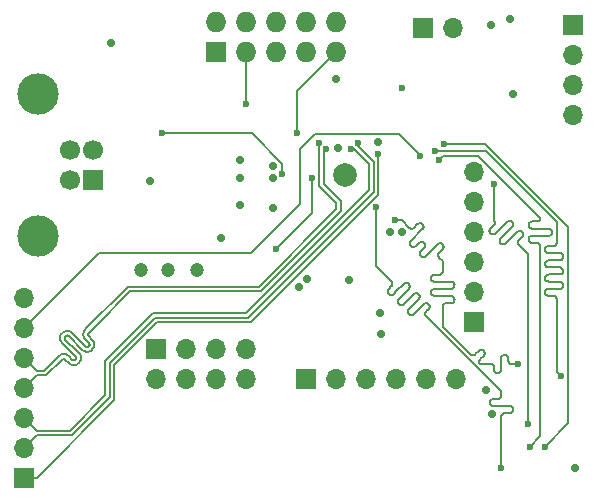
<source format=gbr>
%TF.GenerationSoftware,KiCad,Pcbnew,5.0.2*%
%TF.CreationDate,2019-03-11T08:20:50+08:00*%
%TF.ProjectId,elf2,656c6632-2e6b-4696-9361-645f70636258,rev?*%
%TF.SameCoordinates,Original*%
%TF.FileFunction,Copper,L4,Bot*%
%TF.FilePolarity,Positive*%
%FSLAX46Y46*%
G04 Gerber Fmt 4.6, Leading zero omitted, Abs format (unit mm)*
G04 Created by KiCad (PCBNEW 5.0.2) date 2019年03月11日 星期一 08时20分50秒*
%MOMM*%
%LPD*%
G01*
G04 APERTURE LIST*
%ADD10R,1.700000X1.700000*%
%ADD11O,1.700000X1.700000*%
%ADD12R,1.727200X1.727200*%
%ADD13O,1.727200X1.727200*%
%ADD14C,1.700000*%
%ADD15C,3.500000*%
%ADD16C,0.600000*%
%ADD17C,0.700000*%
%ADD18C,1.200000*%
%ADD19C,2.000000*%
%ADD20C,0.200000*%
%ADD21C,0.300000*%
%ADD22C,0.350000*%
G04 APERTURE END LIST*
D10*
X104648000Y-88138000D03*
D11*
X104648000Y-85598000D03*
X104648000Y-83058000D03*
X104648000Y-80518000D03*
X104648000Y-77978000D03*
X104648000Y-75438000D03*
X104648000Y-72898000D03*
D10*
X151130000Y-49784000D03*
D11*
X151130000Y-52324000D03*
X151130000Y-54864000D03*
X151130000Y-57404000D03*
D10*
X142748000Y-74930000D03*
D11*
X142748000Y-72390000D03*
X142748000Y-69850000D03*
X142748000Y-67310000D03*
X142748000Y-64770000D03*
X142748000Y-62230000D03*
D10*
X128524000Y-79756000D03*
D11*
X131064000Y-79756000D03*
X133604000Y-79756000D03*
X136144000Y-79756000D03*
X138684000Y-79756000D03*
X141224000Y-79756000D03*
D10*
X115824000Y-77216000D03*
D11*
X115824000Y-79756000D03*
X118364000Y-77216000D03*
X118364000Y-79756000D03*
X120904000Y-77216000D03*
X120904000Y-79756000D03*
X123444000Y-77216000D03*
X123444000Y-79756000D03*
D12*
X120904000Y-52070000D03*
D13*
X120904000Y-49530000D03*
X123444000Y-52070000D03*
X123444000Y-49530000D03*
X125984000Y-52070000D03*
X125984000Y-49530000D03*
X128524000Y-52070000D03*
X128524000Y-49530000D03*
X131064000Y-52070000D03*
X131064000Y-49530000D03*
D10*
X138430000Y-50038000D03*
D11*
X140970000Y-50038000D03*
D10*
X110490000Y-62865000D03*
D14*
X110490000Y-60365000D03*
X108490000Y-60365000D03*
X108490000Y-62865000D03*
D15*
X105780000Y-67635000D03*
X105780000Y-55595000D03*
D16*
X126502772Y-62384000D03*
X116332000Y-58928000D03*
D17*
X134620000Y-59690000D03*
X112014000Y-51308000D03*
X125730000Y-61722004D03*
X125730000Y-65242000D03*
X125729994Y-62738000D03*
X145796000Y-49276000D03*
X136652000Y-67310000D03*
X131191000Y-60198000D03*
X127873873Y-71993873D03*
D18*
X116840000Y-70485000D03*
D17*
X121285000Y-67818000D03*
X144272000Y-82677000D03*
D18*
X114554000Y-70485000D03*
X119253000Y-70485000D03*
D19*
X131826000Y-62484000D03*
D17*
X135636000Y-67310000D03*
X122936000Y-62738000D03*
X122936000Y-61214000D03*
D16*
X136629000Y-55095000D03*
D17*
X122936000Y-65024000D03*
X115316000Y-62992000D03*
X134874000Y-75946000D03*
X146050000Y-55626000D03*
X131064000Y-54356000D03*
X144145000Y-49784006D03*
X134747000Y-74168000D03*
X132156653Y-71397893D03*
X128561611Y-71306135D03*
X143764000Y-80645000D03*
X151257000Y-87249000D03*
D16*
X127762000Y-58901500D03*
X123391078Y-56440922D03*
X125984000Y-68707000D03*
X129032006Y-62734000D03*
X134620000Y-60706004D03*
X132870843Y-59737156D03*
X132305157Y-60302842D03*
X130203843Y-60302842D03*
X129638157Y-59737156D03*
X138176000Y-60833000D03*
X134395122Y-65180122D03*
X145034000Y-87249000D03*
X139781528Y-61168529D03*
X147447000Y-85471000D03*
X148717000Y-85471000D03*
X140208000Y-59817000D03*
X139446000Y-60452000D03*
X150114000Y-79502000D03*
X136017000Y-66294000D03*
X146431002Y-78486000D03*
X147293999Y-83566000D03*
X144399000Y-63246000D03*
D20*
X126502772Y-61532774D02*
X123897998Y-58928000D01*
X126502772Y-62384000D02*
X126502772Y-61532774D01*
X123897998Y-58928000D02*
X116332000Y-58928000D01*
X127762000Y-55372000D02*
X131064000Y-52070000D01*
X127762000Y-58901500D02*
X127762000Y-55372000D01*
X123391078Y-52122922D02*
X123444000Y-52070000D01*
X123391078Y-56440922D02*
X123391078Y-52122922D01*
X125984000Y-68707000D02*
X129032006Y-65658994D01*
X129032006Y-65658994D02*
X129032006Y-62734000D01*
X134620000Y-64135000D02*
X134620000Y-60706004D01*
X104648000Y-88138000D02*
X105698000Y-88138000D01*
X105698000Y-88138000D02*
X112268000Y-81568000D01*
X112268000Y-81568000D02*
X112268000Y-78567998D01*
X112268000Y-78567998D02*
X115905998Y-74930000D01*
X115905998Y-74930000D02*
X123825000Y-74930000D01*
X123825000Y-74930000D02*
X134620000Y-64135000D01*
X132870843Y-59737156D02*
X132870843Y-60019999D01*
X132870843Y-60019999D02*
X134240000Y-61389156D01*
X134240000Y-61389156D02*
X134240000Y-63908844D01*
X134240000Y-63908844D02*
X123598844Y-74550000D01*
X123598844Y-74550000D02*
X115724844Y-74550000D01*
X115724844Y-74550000D02*
X111888000Y-78386844D01*
X111888000Y-78386844D02*
X111888000Y-81307844D01*
X105718000Y-84528000D02*
X104648000Y-85598000D01*
X111888000Y-81307844D02*
X108667844Y-84528000D01*
X108667844Y-84528000D02*
X105718000Y-84528000D01*
X132588000Y-60302842D02*
X133840000Y-61554842D01*
X132305157Y-60302842D02*
X132588000Y-60302842D01*
X133840000Y-61554842D02*
X133840000Y-63743156D01*
X133840000Y-63743156D02*
X123433156Y-74150000D01*
X123433156Y-74150000D02*
X115559156Y-74150000D01*
X115559156Y-74150000D02*
X111488000Y-78221156D01*
X111488000Y-78221156D02*
X111488000Y-81142156D01*
X111488000Y-81142156D02*
X108502156Y-84128000D01*
X105718000Y-84128000D02*
X104648000Y-83058000D01*
X108502156Y-84128000D02*
X105718000Y-84128000D01*
X131474456Y-65531388D02*
X131474456Y-64643612D01*
X110114584Y-75842256D02*
X110682832Y-75274012D01*
X110114584Y-76125099D02*
X110086660Y-76090084D01*
X110397427Y-76407942D02*
X110114584Y-76125099D01*
X110421942Y-76432458D02*
X110397427Y-76407942D01*
X110500872Y-76531433D02*
X110421942Y-76432458D01*
X110555799Y-76645490D02*
X110500872Y-76531433D01*
X110583969Y-76768910D02*
X110555799Y-76645490D01*
X110500872Y-77132980D02*
X110555799Y-77018923D01*
X124669844Y-72336000D02*
X131474456Y-65531388D01*
X110682832Y-75274012D02*
X113620844Y-72336000D01*
X110273936Y-77359917D02*
X110372911Y-77280987D01*
X110086660Y-76090084D02*
X110067228Y-76049733D01*
X110036460Y-77443013D02*
X110159879Y-77414844D01*
X110086660Y-75877271D02*
X110114584Y-75842256D01*
X110421942Y-77231955D02*
X110500872Y-77132980D01*
X109573414Y-77280987D02*
X109672389Y-77359917D01*
X108342164Y-76077746D02*
X108382514Y-76097178D01*
X130038157Y-60468528D02*
X130203843Y-60302842D01*
X108253714Y-76067781D02*
X108298500Y-76067781D01*
X108169700Y-76097179D02*
X108210052Y-76077746D01*
X108134685Y-76125102D02*
X108169700Y-76097179D01*
X108087331Y-76200467D02*
X108106762Y-76160117D01*
X108077365Y-76288915D02*
X108077365Y-76244129D01*
X108106763Y-76372929D02*
X108087330Y-76332579D01*
X110159879Y-77414844D02*
X110273936Y-77359917D01*
X109909866Y-77443013D02*
X110036460Y-77443013D01*
X108134686Y-76407944D02*
X108106763Y-76372929D01*
X108558950Y-76832208D02*
X108134686Y-76407944D01*
X108700371Y-76973630D02*
X108558950Y-76832208D01*
X108700370Y-76973626D02*
X108700371Y-76973630D01*
X110583969Y-76895503D02*
X110583969Y-76768910D01*
X109266056Y-77539312D02*
X108700370Y-76973626D01*
X109290571Y-77563828D02*
X109266056Y-77539312D01*
X109369501Y-77662803D02*
X109290571Y-77563828D01*
X110057263Y-75961285D02*
X110067228Y-75917622D01*
X109452598Y-77900280D02*
X109424428Y-77776860D01*
X108077365Y-76244129D02*
X108087331Y-76200467D01*
X109424428Y-78150293D02*
X109452598Y-78026873D01*
X109369501Y-78264350D02*
X109424428Y-78150293D01*
X109290571Y-78363325D02*
X109369501Y-78264350D01*
X109142566Y-78491287D02*
X109241541Y-78412357D01*
X130038157Y-63207313D02*
X130038157Y-60468528D01*
X108905089Y-78574383D02*
X109028509Y-78546213D01*
X108778495Y-78574383D02*
X108905089Y-78574383D01*
X109452598Y-78026873D02*
X109452598Y-77900280D01*
X108541019Y-78491287D02*
X108655076Y-78546213D01*
X108210052Y-76077746D02*
X108253714Y-76067781D01*
X108442044Y-78412357D02*
X108541019Y-78491287D01*
X108059320Y-78057644D02*
X108099671Y-78077075D01*
X108015657Y-78047678D02*
X108059320Y-78057644D01*
X109672389Y-77359917D02*
X109786446Y-77414844D01*
X109028509Y-78546213D02*
X109142566Y-78491287D01*
X107970871Y-78047678D02*
X108015657Y-78047678D01*
X107927208Y-78057644D02*
X107970871Y-78047678D01*
X107886858Y-78077075D02*
X107927208Y-78057644D01*
X107851843Y-78104999D02*
X107886858Y-78077075D01*
X110057263Y-76006070D02*
X110057263Y-75961285D01*
X110067228Y-76049733D02*
X110057263Y-76006070D01*
X110372911Y-77280987D02*
X110421942Y-77231955D01*
X108298500Y-76067781D02*
X108342164Y-76077746D01*
X108106762Y-76160117D02*
X108134685Y-76125102D01*
X108655076Y-78546213D02*
X108778495Y-78574383D01*
X108087330Y-76332579D02*
X108077365Y-76288915D01*
X109786446Y-77414844D02*
X109909866Y-77443013D01*
X109241541Y-78412357D02*
X109290571Y-78363325D01*
X110067228Y-75917622D02*
X110086660Y-75877271D01*
X131474456Y-64643612D02*
X130038157Y-63207313D01*
X108099671Y-78077075D02*
X108134686Y-78104999D01*
X110555799Y-77018923D02*
X110583969Y-76895503D01*
X106508844Y-79448000D02*
X107851843Y-78104999D01*
X108417529Y-76125101D02*
X109573414Y-77280987D01*
X105718000Y-79448000D02*
X106508844Y-79448000D01*
X108382514Y-76097178D02*
X108417529Y-76125101D01*
X109424428Y-77776860D02*
X109369501Y-77662803D01*
X113620844Y-72336000D02*
X124669844Y-72336000D01*
X108134686Y-78104999D02*
X108442044Y-78412357D01*
X104648000Y-80518000D02*
X105718000Y-79448000D01*
X109831741Y-76973629D02*
X109866756Y-77001552D01*
X107665303Y-76329818D02*
X107665301Y-76203226D01*
X109011136Y-78069983D02*
X109030568Y-78029632D01*
X109728295Y-76284452D02*
X109673369Y-76170395D01*
X129638157Y-60595558D02*
X129623842Y-60581243D01*
X109030568Y-78029632D02*
X109040534Y-77985969D01*
X107693471Y-76453239D02*
X107665303Y-76329818D01*
X108462824Y-75683887D02*
X108576881Y-75738814D01*
X107748398Y-76567296D02*
X107693471Y-76453239D01*
X109030568Y-77897520D02*
X109011136Y-77857170D01*
X106343156Y-79048000D02*
X107593516Y-77797641D01*
X109040534Y-77941183D02*
X109030568Y-77897520D01*
X108700370Y-78104998D02*
X108735385Y-78132922D01*
X107806548Y-77663784D02*
X107929967Y-77635614D01*
X109040534Y-77985969D02*
X109040534Y-77941183D01*
X108907847Y-78152354D02*
X108948198Y-78132922D01*
X107876359Y-75817744D02*
X107975335Y-75738813D01*
X108819399Y-78162319D02*
X108864184Y-78162319D01*
X108775736Y-78152354D02*
X108819399Y-78162319D01*
X109645199Y-75920382D02*
X109673369Y-75796962D01*
X107692491Y-77718711D02*
X107806548Y-77663784D01*
X108700372Y-75842259D02*
X109831741Y-76973629D01*
X107693470Y-76079807D02*
X107748397Y-75965750D01*
X108393013Y-77797641D02*
X108700370Y-78104998D01*
X107929967Y-77635614D02*
X108056561Y-77635614D01*
X110142507Y-76938614D02*
X110161939Y-76898263D01*
X107827328Y-75866774D02*
X107876359Y-75817744D01*
X108089392Y-75683886D02*
X108212812Y-75655716D01*
X108056561Y-77635614D02*
X108179981Y-77663784D01*
X109673369Y-75796962D02*
X109728295Y-75682905D01*
X108294038Y-77718711D02*
X108393013Y-77797641D01*
X107665301Y-76203226D02*
X107693470Y-76079807D01*
X107593516Y-77797641D02*
X107692491Y-77718711D01*
X108576881Y-75738814D02*
X108675857Y-75817743D01*
X109011136Y-77857170D02*
X108983213Y-77822155D01*
X108735385Y-78132922D02*
X108775736Y-78152354D01*
X110039218Y-77020984D02*
X110079569Y-77001552D01*
X107975335Y-75738813D02*
X108089392Y-75683886D01*
X110079569Y-77001552D02*
X110114584Y-76973629D01*
X108212812Y-75655716D02*
X108339404Y-75655717D01*
X108675857Y-75817743D02*
X108700372Y-75842259D01*
X109866756Y-77001552D02*
X109907107Y-77020984D01*
X109950770Y-77030950D02*
X109995556Y-77030950D01*
X109995556Y-77030950D02*
X110039218Y-77020984D01*
X108983213Y-78104998D02*
X109011136Y-78069983D01*
X108179981Y-77663784D02*
X108294038Y-77718711D01*
X129638157Y-63373001D02*
X129638157Y-60595558D01*
X110161939Y-76766151D02*
X110142507Y-76725801D01*
X110114584Y-76973629D02*
X110142507Y-76938614D01*
X104648000Y-77978000D02*
X105718000Y-79048000D01*
X110161939Y-76898263D02*
X110171905Y-76854600D01*
X110171905Y-76809814D02*
X110161939Y-76766151D01*
X113455156Y-71936000D02*
X124504156Y-71936000D01*
X109728295Y-75682905D02*
X109807225Y-75583930D01*
X110171905Y-76854600D02*
X110171905Y-76809814D01*
X109907107Y-77020984D02*
X109950770Y-77030950D01*
X129638157Y-60010126D02*
X129638157Y-59737156D01*
X107748397Y-75965750D02*
X107827328Y-75866774D01*
X110114584Y-76690786D02*
X109807225Y-76383427D01*
X131074456Y-64809300D02*
X129638157Y-63373001D01*
X108983213Y-77822155D02*
X107827329Y-76666270D01*
X107827329Y-76666270D02*
X107748398Y-76567296D01*
X109673369Y-76170395D02*
X109645199Y-76046976D01*
X109645199Y-76046976D02*
X109645199Y-75920382D01*
X108948198Y-78132922D02*
X108983213Y-78104998D01*
X109807225Y-75583930D02*
X109831741Y-75559415D01*
X109831741Y-75559415D02*
X113455156Y-71936000D01*
X109807225Y-76383427D02*
X109728295Y-76284452D01*
X124504156Y-71936000D02*
X131074456Y-65365700D01*
X131074456Y-65365700D02*
X131074456Y-64809300D01*
X129623842Y-60581243D02*
X129623842Y-60024441D01*
X105718000Y-79048000D02*
X106343156Y-79048000D01*
X129623842Y-60024441D02*
X129638157Y-60010126D01*
X108864184Y-78162319D02*
X108907847Y-78152354D01*
X108339404Y-75655717D02*
X108462824Y-75683887D01*
X110142507Y-76725801D02*
X110114584Y-76690786D01*
X137876001Y-60533001D02*
X138176000Y-60833000D01*
X123825000Y-69088000D02*
X128016000Y-64897000D01*
X110998000Y-69088000D02*
X123825000Y-69088000D01*
X104648000Y-75438000D02*
X110998000Y-69088000D01*
X136382999Y-59039999D02*
X137876001Y-60533001D01*
X128016000Y-64897000D02*
X128016000Y-60297912D01*
X129273913Y-59039999D02*
X136382999Y-59039999D01*
X128016000Y-60297912D02*
X129273913Y-59039999D01*
X137326196Y-74296240D02*
X137265671Y-74267094D01*
X137524364Y-74296241D02*
X137458869Y-74311189D01*
X138769008Y-73333796D02*
X138703514Y-73318847D01*
X136543162Y-73462661D02*
X136477667Y-73447711D01*
X135761811Y-72614131D02*
X135694633Y-72614132D01*
X137584889Y-74267093D02*
X137524364Y-74296241D01*
X137637413Y-74225208D02*
X137584889Y-74267093D01*
X138598018Y-74205694D02*
X138612967Y-74140200D01*
X137184998Y-72132035D02*
X137226884Y-72079512D01*
X138510315Y-73362943D02*
X138457792Y-73404829D01*
X138636335Y-73318847D02*
X138570841Y-73333796D01*
X138829534Y-73362943D02*
X138769008Y-73333796D01*
X144968550Y-81318046D02*
X145004291Y-81261165D01*
X137142116Y-74112159D02*
X137127166Y-74046664D01*
X138882057Y-73404829D02*
X138829534Y-73362943D01*
X137609262Y-72556300D02*
X137199073Y-72966489D01*
X136278637Y-73198135D02*
X136278638Y-73130957D01*
X138953090Y-73517877D02*
X138923943Y-73457351D01*
X144921047Y-81365549D02*
X144968550Y-81318046D01*
X138968039Y-73583371D02*
X138953090Y-73517877D01*
X144384000Y-81431000D02*
X144734000Y-81431000D01*
X138968039Y-73650550D02*
X138968039Y-73583371D01*
X144317244Y-81438521D02*
X144384000Y-81431000D01*
X138953090Y-73716044D02*
X138968039Y-73650550D01*
X138882057Y-73829093D02*
X138923943Y-73776570D01*
X138684000Y-74027151D02*
X138882057Y-73829093D01*
X136322734Y-73004937D02*
X136364619Y-72952413D01*
X138047602Y-73815018D02*
X137637413Y-74225208D01*
X145034000Y-81131000D02*
X145034000Y-80801416D01*
X138598018Y-74272873D02*
X138598018Y-74205694D01*
X135445058Y-72415101D02*
X135430108Y-72349606D01*
X138612967Y-74338367D02*
X138598018Y-74272873D01*
X145864165Y-82060709D02*
X145800756Y-82038521D01*
X138684000Y-74451416D02*
X138642114Y-74398893D01*
X145034000Y-80801416D02*
X138684000Y-74451416D01*
X145334000Y-82631000D02*
X145734000Y-82631000D01*
X135430109Y-72282428D02*
X135445057Y-72216933D01*
X144864166Y-81401290D02*
X144921047Y-81365549D01*
X137132475Y-71665885D02*
X137071949Y-71636738D01*
X144800757Y-81423478D02*
X144864166Y-81401290D01*
X135827306Y-72599183D02*
X135761811Y-72614131D01*
X138642114Y-74079674D02*
X138684000Y-74027151D01*
X137213148Y-73800942D02*
X138033527Y-72980564D01*
X138119509Y-72734842D02*
X138104560Y-72669348D01*
X144734000Y-81431000D02*
X144800757Y-81423478D01*
X136477667Y-73447711D02*
X136417142Y-73418565D01*
X138642114Y-74398893D02*
X138612967Y-74338367D01*
X145004291Y-81261165D02*
X145026479Y-81197756D01*
X137127167Y-73979486D02*
X137142115Y-73913991D01*
X138923943Y-73457351D02*
X138882057Y-73404829D01*
X145203834Y-82660709D02*
X145267243Y-82638521D01*
X138612967Y-74140200D02*
X138642114Y-74079674D01*
X144253835Y-82001290D02*
X144196954Y-81965549D01*
X146026478Y-82397756D02*
X146034000Y-82331000D01*
X145099450Y-82743953D02*
X145146953Y-82696450D01*
X144091522Y-81797756D02*
X144084000Y-81731000D01*
X138033527Y-72980564D02*
X138075413Y-72928041D01*
X136138412Y-72330093D02*
X135940355Y-72528150D01*
X135694633Y-72614132D02*
X135629138Y-72599182D01*
X135714148Y-71905827D02*
X135756033Y-71853303D01*
X138570841Y-73333796D02*
X138510315Y-73362943D01*
X145734000Y-82031000D02*
X144384000Y-82031000D01*
X138703514Y-73318847D02*
X138636335Y-73318847D01*
X144091522Y-81664243D02*
X144113710Y-81600834D01*
X135756034Y-71534085D02*
X135714148Y-71481563D01*
X137458869Y-74311189D02*
X137391691Y-74311190D01*
X145864165Y-82601290D02*
X145921046Y-82565549D01*
X138457792Y-73404829D02*
X138047602Y-73815018D01*
X145968549Y-82143953D02*
X145921046Y-82096450D01*
X145800756Y-82623478D02*
X145864165Y-82601290D01*
X136675835Y-73447712D02*
X136610340Y-73462660D01*
X145267243Y-82638521D02*
X145334000Y-82631000D01*
X145968549Y-82518046D02*
X146004290Y-82461165D01*
X145034000Y-82931000D02*
X145041521Y-82864243D01*
X145041521Y-82864243D02*
X145063709Y-82800834D01*
X145921046Y-82096450D02*
X145864165Y-82060709D01*
X145034000Y-87249000D02*
X145034000Y-82931000D01*
X144113710Y-81861165D02*
X144091522Y-81797756D01*
X136788884Y-73376679D02*
X136736360Y-73418564D01*
X145734000Y-82631000D02*
X145800756Y-82623478D01*
X145063709Y-82800834D02*
X145099450Y-82743953D01*
X137661785Y-72514414D02*
X137609262Y-72556300D01*
X144113710Y-81600834D02*
X144149451Y-81543953D01*
X146034000Y-82331000D02*
X146026478Y-82264243D01*
X144084000Y-81731000D02*
X144091522Y-81664243D01*
X135516091Y-72528150D02*
X135474204Y-72475626D01*
X144196954Y-81496450D02*
X144253835Y-81460709D01*
X145146953Y-82696450D02*
X145203834Y-82660709D01*
X138033527Y-72556300D02*
X137981004Y-72514414D01*
X135516090Y-72103884D02*
X135714148Y-71905827D01*
X146004290Y-82461165D02*
X146026478Y-82397756D01*
X145921046Y-82565549D02*
X145968549Y-82518046D01*
X146004290Y-82200834D02*
X145968549Y-82143953D01*
X138923943Y-73776570D02*
X138953090Y-73716044D01*
X145026479Y-81197756D02*
X145034000Y-81131000D01*
X135887831Y-72570035D02*
X135827306Y-72599183D01*
X146026478Y-82264243D02*
X146004290Y-82200834D01*
X134395122Y-70162538D02*
X134395122Y-65180122D01*
X145800756Y-82038521D02*
X145734000Y-82031000D01*
X136736360Y-73418564D02*
X136675835Y-73447712D01*
X137391691Y-74311190D02*
X137326196Y-74296240D01*
X144384000Y-82031000D02*
X144317244Y-82023478D01*
X144253835Y-81460709D02*
X144317244Y-81438521D01*
X136364619Y-72952413D02*
X137184998Y-72132035D01*
X135474205Y-72156408D02*
X135516090Y-72103884D01*
X144317244Y-82023478D02*
X144253835Y-82001290D01*
X144196954Y-81965549D02*
X144149451Y-81918046D01*
X144149451Y-81918046D02*
X144113710Y-81861165D01*
X135568613Y-72570036D02*
X135516091Y-72528150D01*
X144149451Y-81543953D02*
X144196954Y-81496450D01*
X137265671Y-74267094D02*
X137213149Y-74225208D01*
X137213149Y-74225208D02*
X137171262Y-74172684D01*
X137171262Y-74172684D02*
X137142116Y-74112159D01*
X137127166Y-74046664D02*
X137127167Y-73979486D01*
X137142115Y-73913991D02*
X137171263Y-73853466D01*
X137171263Y-73853466D02*
X137213148Y-73800942D01*
X138075413Y-72928041D02*
X138104560Y-72867515D01*
X138104560Y-72867515D02*
X138119509Y-72802021D01*
X138119509Y-72802021D02*
X138119509Y-72734842D01*
X137981004Y-72514414D02*
X137920478Y-72485267D01*
X137226884Y-72079512D02*
X137256031Y-72018986D01*
X138104560Y-72669348D02*
X138075413Y-72608822D01*
X138075413Y-72608822D02*
X138033527Y-72556300D01*
X136293586Y-73065462D02*
X136322734Y-73004937D01*
X137920478Y-72485267D02*
X137854984Y-72470318D01*
X137854984Y-72470318D02*
X137787805Y-72470318D01*
X137787805Y-72470318D02*
X137722311Y-72485267D01*
X136293587Y-73263630D02*
X136278637Y-73198135D01*
X137722311Y-72485267D02*
X137661785Y-72514414D01*
X137199073Y-72966489D02*
X136788884Y-73376679D01*
X136610340Y-73462660D02*
X136543162Y-73462661D01*
X136417142Y-73418565D02*
X136364620Y-73376679D01*
X135800129Y-71727283D02*
X135800130Y-71660105D01*
X136364620Y-73376679D02*
X136322733Y-73324155D01*
X136322733Y-73324155D02*
X136293587Y-73263630D01*
X136278638Y-73130957D02*
X136293586Y-73065462D01*
X137256031Y-72018986D02*
X137270980Y-71953492D01*
X137270980Y-71953492D02*
X137270980Y-71886313D01*
X137270980Y-71886313D02*
X137256031Y-71820819D01*
X137256031Y-71820819D02*
X137226884Y-71760293D01*
X137226884Y-71760293D02*
X137184998Y-71707771D01*
X136760733Y-71707771D02*
X136138412Y-72330093D01*
X137184998Y-71707771D02*
X137132475Y-71665885D01*
X137071949Y-71636738D02*
X137006455Y-71621789D01*
X137006455Y-71621789D02*
X136939276Y-71621789D01*
X136939276Y-71621789D02*
X136873782Y-71636738D01*
X135445057Y-72216933D02*
X135474205Y-72156408D01*
X136873782Y-71636738D02*
X136813256Y-71665885D01*
X136813256Y-71665885D02*
X136760733Y-71707771D01*
X135940355Y-72528150D02*
X135887831Y-72570035D01*
X135629138Y-72599182D02*
X135568613Y-72570036D01*
X135474204Y-72475626D02*
X135445058Y-72415101D01*
X135430108Y-72349606D02*
X135430109Y-72282428D01*
X135756033Y-71853303D02*
X135785181Y-71792778D01*
X135785181Y-71792778D02*
X135800129Y-71727283D01*
X135800130Y-71660105D02*
X135785180Y-71594610D01*
X135785180Y-71594610D02*
X135756034Y-71534085D01*
X135714148Y-71481563D02*
X135445599Y-71213015D01*
X135445599Y-71213015D02*
X134395122Y-70162538D01*
X148336000Y-84582000D02*
X147447000Y-85471000D01*
X148336000Y-68515998D02*
X148336000Y-84582000D01*
X148166165Y-68245707D02*
X148223046Y-68281448D01*
X148102756Y-68223519D02*
X148166165Y-68245707D01*
X148036000Y-68215998D02*
X148102756Y-68223519D01*
X147645816Y-68215998D02*
X148036000Y-68215998D01*
X147579059Y-68208476D02*
X147645816Y-68215998D01*
X148270549Y-68328951D02*
X148306290Y-68385832D01*
X147515650Y-68186288D02*
X147579059Y-68208476D01*
X147411266Y-68103044D02*
X147458769Y-68150547D01*
X147353337Y-67849241D02*
X147345816Y-67915998D01*
X147375525Y-67785832D02*
X147353337Y-67849241D01*
X147458769Y-67681448D02*
X147411266Y-67728951D01*
X147579059Y-67623519D02*
X147515650Y-67645707D01*
X149026184Y-67615998D02*
X147645816Y-67615998D01*
X149156350Y-67586288D02*
X149092941Y-67608476D01*
X147411266Y-66528951D02*
X147375525Y-66585832D01*
X147515650Y-66445707D02*
X147458769Y-66481448D01*
X147645816Y-67615998D02*
X147579059Y-67623519D01*
X149092941Y-67023519D02*
X149156350Y-67045707D01*
X148306290Y-68385832D02*
X148328478Y-68449241D01*
X147375525Y-68046163D02*
X147411266Y-68103044D01*
X147579059Y-66423519D02*
X147515650Y-66445707D01*
X149156350Y-67045707D02*
X149213231Y-67081448D01*
X147645816Y-66415998D02*
X147579059Y-66423519D01*
X148102756Y-66408476D02*
X148036000Y-66415998D01*
X147411266Y-67728951D02*
X147375525Y-67785832D01*
X148223046Y-66350547D02*
X148166165Y-66386288D01*
X148223046Y-68281448D02*
X148270549Y-68328951D01*
X148306290Y-66246163D02*
X148270549Y-66303044D01*
X148328478Y-68449241D02*
X148336000Y-68515998D01*
X148336000Y-66115998D02*
X148328478Y-66182754D01*
X139781528Y-61168529D02*
X140081527Y-60868530D01*
X147345816Y-67915998D02*
X147353337Y-67982754D01*
X147515650Y-67645707D02*
X147458769Y-67681448D01*
X148166165Y-66386288D02*
X148102756Y-66408476D01*
X143088532Y-60868530D02*
X148336000Y-66115998D01*
X148328478Y-66182754D02*
X148306290Y-66246163D01*
X149213231Y-67550547D02*
X149156350Y-67586288D01*
X147375525Y-66585832D02*
X147353337Y-66649241D01*
X147579059Y-67008476D02*
X147645816Y-67015998D01*
X148036000Y-66415998D02*
X147645816Y-66415998D01*
X147353337Y-67982754D02*
X147375525Y-68046163D01*
X147353337Y-66649241D02*
X147345816Y-66715998D01*
X147645816Y-67015998D02*
X149026184Y-67015998D01*
X140081527Y-60868530D02*
X143088532Y-60868530D01*
X147345816Y-66715998D02*
X147353337Y-66782754D01*
X147458769Y-66481448D02*
X147411266Y-66528951D01*
X147353337Y-66782754D02*
X147375525Y-66846163D01*
X147375525Y-66846163D02*
X147411266Y-66903044D01*
X149092941Y-67608476D02*
X149026184Y-67615998D01*
X147411266Y-66903044D02*
X147458769Y-66950547D01*
X147458769Y-66950547D02*
X147515650Y-66986288D01*
X147515650Y-66986288D02*
X147579059Y-67008476D01*
X149260734Y-67503044D02*
X149213231Y-67550547D01*
X149026184Y-67015998D02*
X149092941Y-67023519D01*
X149296475Y-67185832D02*
X149318663Y-67249241D01*
X149318663Y-67249241D02*
X149326184Y-67315998D01*
X149213231Y-67081448D02*
X149260734Y-67128951D01*
X149326184Y-67315998D02*
X149318663Y-67382754D01*
X147458769Y-68150547D02*
X147515650Y-68186288D01*
X149318663Y-67382754D02*
X149296475Y-67446163D01*
X148270549Y-66303044D02*
X148223046Y-66350547D01*
X149260734Y-67128951D02*
X149296475Y-67185832D01*
X149296475Y-67446163D02*
X149260734Y-67503044D01*
X150694001Y-83493999D02*
X150694001Y-66844586D01*
X148717000Y-85471000D02*
X150694001Y-83493999D01*
X150694001Y-66844586D02*
X143666415Y-59817000D01*
X143666415Y-59817000D02*
X140208000Y-59817000D01*
X149725478Y-72932243D02*
X149733000Y-72999000D01*
X149563165Y-72728709D02*
X149620046Y-72764450D01*
X149499756Y-72706521D02*
X149563165Y-72728709D01*
X149433000Y-72699000D02*
X149499756Y-72706521D01*
X149733000Y-72999000D02*
X149733000Y-79121000D01*
X149042727Y-72699000D02*
X149433000Y-72699000D01*
X148912561Y-72669290D02*
X148975970Y-72691478D01*
X148772436Y-72529165D02*
X148808177Y-72586046D01*
X148772436Y-72268834D02*
X148750248Y-72332243D01*
X149733000Y-79121000D02*
X150114000Y-79502000D01*
X148975970Y-72106521D02*
X148912561Y-72128709D01*
X150120345Y-72072248D02*
X150063248Y-72092227D01*
X150171565Y-72040064D02*
X150120345Y-72072248D01*
X150266501Y-71888974D02*
X150246522Y-71946071D01*
X150273273Y-71828864D02*
X150266501Y-71888974D01*
X150266501Y-71709025D02*
X150273273Y-71769136D01*
X150273273Y-71769136D02*
X150273273Y-71828864D01*
X150246522Y-71651928D02*
X150266501Y-71709025D01*
X150214338Y-71600708D02*
X150246522Y-71651928D01*
X150120345Y-71525751D02*
X150171565Y-71557935D01*
X150063248Y-71505772D02*
X150120345Y-71525751D01*
X148808177Y-72211953D02*
X148772436Y-72268834D01*
X148912561Y-71469290D02*
X148975970Y-71491478D01*
X148750248Y-72332243D02*
X148742727Y-72399000D01*
X148750248Y-71265756D02*
X148772436Y-71329165D01*
X148742727Y-71199000D02*
X148750248Y-71265756D01*
X150214338Y-71997291D02*
X150171565Y-72040064D01*
X148750248Y-71132243D02*
X148742727Y-71199000D01*
X148772436Y-71068834D02*
X148750248Y-71132243D01*
X150273273Y-69428864D02*
X150266501Y-69488974D01*
X148742727Y-72399000D02*
X148750248Y-72465756D01*
X148808177Y-68611953D02*
X148772436Y-68668834D01*
X148912561Y-69728709D02*
X148855680Y-69764450D01*
X149667549Y-72811953D02*
X149703290Y-72868834D01*
X148772436Y-70129165D02*
X148808177Y-70186046D01*
X150266501Y-70688974D02*
X150246522Y-70746071D01*
X150246522Y-69251928D02*
X150266501Y-69309025D01*
X149042727Y-69099000D02*
X150003137Y-69099000D01*
X150063248Y-69105772D02*
X150120345Y-69125751D01*
X148975970Y-71491478D02*
X149042727Y-71499000D01*
X148855680Y-71433549D02*
X148912561Y-71469290D01*
X149667549Y-68386046D02*
X149620046Y-68433549D01*
X148772436Y-71329165D02*
X148808177Y-71386046D01*
X148912561Y-69069290D02*
X148975970Y-69091478D01*
X150273273Y-70569136D02*
X150273273Y-70628864D01*
X150171565Y-69157935D02*
X150214338Y-69200708D01*
X149733000Y-66421000D02*
X149733000Y-68199000D01*
X150171565Y-70840064D02*
X150120345Y-70872248D01*
X148772436Y-68929165D02*
X148808177Y-68986046D01*
X150003137Y-71499000D02*
X150063248Y-71505772D01*
X148808177Y-71386046D02*
X148855680Y-71433549D01*
X148975970Y-69091478D02*
X149042727Y-69099000D01*
X149620046Y-72764450D02*
X149667549Y-72811953D01*
X148750248Y-68865756D02*
X148772436Y-68929165D01*
X148750248Y-68732243D02*
X148742727Y-68799000D01*
X148912561Y-70928709D02*
X148855680Y-70964450D01*
X150003137Y-72099000D02*
X149042727Y-72099000D01*
X150003137Y-69099000D02*
X150063248Y-69105772D01*
X150171565Y-71557935D02*
X150214338Y-71600708D01*
X148975970Y-69706521D02*
X148912561Y-69728709D01*
X149733000Y-68199000D02*
X149725478Y-68265756D01*
X143764000Y-60452000D02*
X149733000Y-66421000D01*
X148855680Y-72164450D02*
X148808177Y-72211953D01*
X149703290Y-68329165D02*
X149667549Y-68386046D01*
X150120345Y-69672248D02*
X150063248Y-69692227D01*
X148772436Y-68668834D02*
X148750248Y-68732243D01*
X150266501Y-69488974D02*
X150246522Y-69546071D01*
X148808177Y-70186046D02*
X148855680Y-70233549D01*
X148912561Y-68528709D02*
X148855680Y-68564450D01*
X149042727Y-72099000D02*
X148975970Y-72106521D01*
X150246522Y-70451928D02*
X150266501Y-70509025D01*
X149563165Y-68469290D02*
X149499756Y-68491478D01*
X148855680Y-68564450D02*
X148808177Y-68611953D01*
X148750248Y-72465756D02*
X148772436Y-72529165D01*
X139446000Y-60452000D02*
X143764000Y-60452000D01*
X149725478Y-68265756D02*
X149703290Y-68329165D01*
X150120345Y-69125751D02*
X150171565Y-69157935D01*
X149620046Y-68433549D02*
X149563165Y-68469290D01*
X148808177Y-69811953D02*
X148772436Y-69868834D01*
X149499756Y-68491478D02*
X149433000Y-68499000D01*
X148855680Y-69033549D02*
X148912561Y-69069290D01*
X149042727Y-71499000D02*
X150003137Y-71499000D01*
X149433000Y-68499000D02*
X149042727Y-68499000D01*
X150246522Y-71946071D02*
X150214338Y-71997291D01*
X150273273Y-70628864D02*
X150266501Y-70688974D01*
X150214338Y-69200708D02*
X150246522Y-69251928D01*
X150266501Y-69309025D02*
X150273273Y-69369136D01*
X148855680Y-70964450D02*
X148808177Y-71011953D01*
X149042727Y-68499000D02*
X148975970Y-68506521D01*
X148975970Y-72691478D02*
X149042727Y-72699000D01*
X148808177Y-68986046D02*
X148855680Y-69033549D01*
X150003137Y-70899000D02*
X149042727Y-70899000D01*
X148855680Y-72633549D02*
X148912561Y-72669290D01*
X150273273Y-69369136D02*
X150273273Y-69428864D01*
X150214338Y-69597291D02*
X150171565Y-69640064D01*
X148742727Y-68799000D02*
X148750248Y-68865756D01*
X150063248Y-69692227D02*
X150003137Y-69699000D01*
X148912561Y-72128709D02*
X148855680Y-72164450D01*
X150003137Y-69699000D02*
X149042727Y-69699000D01*
X148855680Y-69764450D02*
X148808177Y-69811953D01*
X150246522Y-69546071D02*
X150214338Y-69597291D01*
X150003137Y-70299000D02*
X150063248Y-70305772D01*
X150063248Y-72092227D02*
X150003137Y-72099000D01*
X149042727Y-69699000D02*
X148975970Y-69706521D01*
X148742727Y-69999000D02*
X148750248Y-70065756D01*
X148750248Y-70065756D02*
X148772436Y-70129165D01*
X148855680Y-70233549D02*
X148912561Y-70269290D01*
X148975970Y-70291478D02*
X149042727Y-70299000D01*
X149042727Y-70299000D02*
X150003137Y-70299000D01*
X149703290Y-72868834D02*
X149725478Y-72932243D01*
X148912561Y-70269290D02*
X148975970Y-70291478D01*
X150063248Y-70305772D02*
X150120345Y-70325751D01*
X150120345Y-70872248D02*
X150063248Y-70892227D01*
X148772436Y-69868834D02*
X148750248Y-69932243D01*
X150120345Y-70325751D02*
X150171565Y-70357935D01*
X150171565Y-70357935D02*
X150214338Y-70400708D01*
X150214338Y-70400708D02*
X150246522Y-70451928D01*
X150266501Y-70509025D02*
X150273273Y-70569136D01*
X150171565Y-69640064D02*
X150120345Y-69672248D01*
X148750248Y-69932243D02*
X148742727Y-69999000D01*
X150246522Y-70746071D02*
X150214338Y-70797291D01*
X148808177Y-72586046D02*
X148855680Y-72633549D01*
X150214338Y-70797291D02*
X150171565Y-70840064D01*
X150063248Y-70892227D02*
X150003137Y-70899000D01*
X149042727Y-70899000D02*
X148975970Y-70906521D01*
X148975970Y-70906521D02*
X148912561Y-70928709D01*
X148975970Y-68506521D02*
X148912561Y-68528709D01*
X148808177Y-71011953D02*
X148772436Y-71068834D01*
X140911166Y-73282290D02*
X140968047Y-73246549D01*
X139707549Y-69163365D02*
X139736697Y-69102839D01*
X143624824Y-77533170D02*
X143609875Y-77467676D01*
X141051291Y-73142165D02*
X141073479Y-73078756D01*
X139815704Y-68257228D02*
X139750209Y-68272176D01*
X141073479Y-73078756D02*
X141081000Y-73012000D01*
X143114577Y-77354628D02*
X142831734Y-77637470D01*
X141015550Y-72824953D02*
X140968047Y-72777450D01*
X140911166Y-72741709D02*
X140847757Y-72719521D01*
X140968047Y-71577450D02*
X140911166Y-71541709D01*
X138364371Y-66646156D02*
X138311850Y-66604272D01*
X140847757Y-72719521D02*
X140781000Y-72712000D01*
X138505792Y-68626054D02*
X138547677Y-68573531D01*
X140968047Y-73246549D02*
X141015550Y-73199046D01*
X138406257Y-66698679D02*
X138364371Y-66646156D01*
X137620143Y-68570614D02*
X137552964Y-68570614D01*
X139381000Y-72712000D02*
X139314243Y-72704478D01*
X144423000Y-78946086D02*
X144423000Y-78786000D01*
X139250834Y-72682290D02*
X139193953Y-72646549D01*
X140781000Y-72112000D02*
X140847757Y-72104478D01*
X138053156Y-66575123D02*
X137992630Y-66604271D01*
X139088521Y-72478756D02*
X139081000Y-72412000D01*
X138534164Y-69404192D02*
X138468670Y-69419141D01*
X139081000Y-72412000D02*
X139088521Y-72345243D01*
X139193953Y-70977450D02*
X139250834Y-70941709D01*
X139110709Y-72281834D02*
X139146450Y-72224953D01*
X140911166Y-72082290D02*
X140968047Y-72046549D01*
X140911166Y-71541709D02*
X140847757Y-71519521D01*
X140968047Y-72046549D02*
X141015550Y-71999046D01*
X139637162Y-68343211D02*
X138647213Y-69333160D01*
X137992630Y-66604271D02*
X137940107Y-66646156D01*
X141015550Y-71999046D02*
X141051291Y-71942165D01*
X139314243Y-72119521D02*
X139381000Y-72112000D01*
X138547677Y-68254312D02*
X138505792Y-68201790D01*
X145135953Y-77791364D02*
X145088450Y-77838867D01*
X141073479Y-71878756D02*
X141081000Y-71812000D01*
X144592834Y-79216377D02*
X144535953Y-79180636D01*
X145923000Y-78486000D02*
X145856243Y-78478478D01*
X141081000Y-71812000D02*
X141073479Y-71745243D01*
X138181064Y-68961419D02*
X138222949Y-68908896D01*
X141073479Y-71745243D02*
X141051291Y-71681834D01*
X139110709Y-72542165D02*
X139088521Y-72478756D01*
X137685637Y-68555665D02*
X137620143Y-68570614D01*
X138151916Y-69021945D02*
X138181064Y-68961419D01*
X144430521Y-79012843D02*
X144423000Y-78946086D01*
X139250834Y-71482290D02*
X139193953Y-71446549D01*
X141073479Y-72945243D02*
X141051291Y-72881834D01*
X143425793Y-77283595D02*
X143360299Y-77268646D01*
X141051291Y-71942165D02*
X141073479Y-71878756D01*
X139314243Y-71504478D02*
X139250834Y-71482290D01*
X139193953Y-71446549D02*
X139146450Y-71399046D01*
X145030521Y-77959157D02*
X145023000Y-78025914D01*
X139146450Y-71399046D02*
X139110709Y-71342165D01*
X139081000Y-71212000D02*
X139088521Y-71145243D01*
X141051291Y-71681834D02*
X141015550Y-71624953D01*
X140015549Y-70799046D02*
X140051290Y-70742165D01*
X139314243Y-70919521D02*
X139381000Y-70912000D01*
X145052709Y-77895748D02*
X145030521Y-77959157D01*
X139110709Y-71081834D02*
X139146450Y-71024953D01*
X139146450Y-72224953D02*
X139193953Y-72177450D01*
X143609875Y-77665843D02*
X143624824Y-77600349D01*
X139381000Y-70912000D02*
X139781000Y-70912000D01*
X139250834Y-72141709D02*
X139314243Y-72119521D01*
X137288440Y-68306091D02*
X137288440Y-68238912D01*
X143227626Y-77283595D02*
X143167100Y-77312742D01*
X139781000Y-70912000D02*
X139847756Y-70904478D01*
X139847756Y-70904478D02*
X139911165Y-70882290D01*
X139968046Y-70846549D02*
X140015549Y-70799046D01*
X140051290Y-70742165D02*
X140073478Y-70678756D01*
X139948377Y-68272177D02*
X139882882Y-68257227D01*
X137332537Y-68432111D02*
X137303389Y-68371585D01*
X140073478Y-70678756D02*
X140081000Y-70612000D01*
X139778582Y-69474580D02*
X139736696Y-69422057D01*
X139736696Y-69422057D02*
X139707548Y-69361531D01*
X139110709Y-71342165D02*
X139088521Y-71278756D01*
X137552964Y-68570614D02*
X137487470Y-68555665D01*
X138647213Y-69333160D02*
X138594690Y-69375045D01*
X143360299Y-77268646D02*
X143293120Y-77268646D01*
X139707548Y-69361531D02*
X139692600Y-69296038D01*
X138251324Y-66575124D02*
X138185829Y-66560174D01*
X139692600Y-69296038D02*
X139692599Y-69228858D01*
X139911165Y-70882290D02*
X139968046Y-70846549D01*
X142586012Y-77723452D02*
X142520518Y-77708503D01*
X139692599Y-69228858D02*
X139707549Y-69163365D01*
X139736697Y-69102839D02*
X139778582Y-69050316D01*
X139778582Y-69050316D02*
X140061424Y-68767473D01*
X140061424Y-68767473D02*
X140103309Y-68714950D01*
X145510046Y-77791364D02*
X145453165Y-77755623D01*
X140132457Y-68654425D02*
X140147405Y-68588930D01*
X140147406Y-68521752D02*
X140132456Y-68456257D01*
X139882882Y-68257227D02*
X139815704Y-68257228D01*
X136598002Y-66294000D02*
X136017000Y-66294000D01*
X140250835Y-73341709D02*
X140314244Y-73319521D01*
X140968047Y-72777450D02*
X140911166Y-72741709D01*
X139381000Y-72112000D02*
X140781000Y-72112000D01*
X140132456Y-68456257D02*
X140103310Y-68395732D01*
X140061424Y-68343209D02*
X140008903Y-68301325D01*
X141051291Y-72881834D02*
X141015550Y-72824953D01*
X140008903Y-68301325D02*
X139948377Y-68272177D01*
X137303389Y-68371585D02*
X137288440Y-68306091D01*
X143214114Y-78114258D02*
X143256000Y-78061735D01*
X137303389Y-68173418D02*
X137332537Y-68112892D01*
X140147405Y-68588930D02*
X140147406Y-68521752D01*
X145735953Y-78420549D02*
X145688450Y-78373046D01*
X137285523Y-66970884D02*
X137233002Y-66929000D01*
X138185829Y-66560174D02*
X138118651Y-66560175D01*
X138136967Y-69087439D02*
X138151916Y-69021945D01*
X138406256Y-67017897D02*
X138435404Y-66957372D01*
X139689683Y-68301324D02*
X139637162Y-68343211D01*
X137374422Y-68484633D02*
X137332537Y-68432111D01*
X140847757Y-71519521D02*
X140781000Y-71512000D01*
X138435403Y-66759204D02*
X138406257Y-66698679D01*
X144488450Y-79133133D02*
X144452709Y-79076252D01*
X137478723Y-67014981D02*
X137411543Y-67014980D01*
X145256243Y-77733435D02*
X145192834Y-77755623D01*
X137657266Y-66929000D02*
X137604743Y-66970885D01*
X140781000Y-71512000D02*
X139381000Y-71512000D01*
X138311850Y-66604272D02*
X138251324Y-66575124D01*
X145856243Y-78478478D02*
X145792834Y-78456290D01*
X137233002Y-66929000D02*
X136598002Y-66294000D01*
X140847757Y-72104478D02*
X140911166Y-72082290D01*
X140081000Y-69776998D02*
X139778582Y-69474580D01*
X145192834Y-77755623D02*
X145135953Y-77791364D01*
X141015550Y-71624953D02*
X140968047Y-71577450D01*
X137487470Y-68555665D02*
X137426944Y-68526518D01*
X139088521Y-71145243D02*
X139110709Y-71081834D01*
X137374422Y-68060369D02*
X138364371Y-67070420D01*
X138450352Y-66891877D02*
X138450353Y-66824699D01*
X138181064Y-69280638D02*
X138151916Y-69220112D01*
X139314243Y-72704478D02*
X139250834Y-72682290D01*
X138275471Y-69375045D02*
X138222949Y-69333160D01*
X138151916Y-69220112D02*
X138136967Y-69154618D01*
X139193953Y-72177450D02*
X139250834Y-72141709D01*
X138222949Y-68908896D02*
X138505792Y-68626054D01*
X138118651Y-66560175D02*
X138053156Y-66575123D01*
X139088521Y-71278756D02*
X139081000Y-71212000D01*
X140081000Y-70612000D02*
X140081000Y-69776998D01*
X138136967Y-69154618D02*
X138136967Y-69087439D01*
X137544216Y-67000031D02*
X137478723Y-67014981D01*
X137288440Y-68238912D02*
X137303389Y-68173418D01*
X137332537Y-68112892D02*
X137374422Y-68060369D01*
X137411543Y-67014980D02*
X137346050Y-67000032D01*
X139381000Y-71512000D02*
X139314243Y-71504478D01*
X140381000Y-73312000D02*
X140781000Y-73312000D01*
X138435404Y-66957372D02*
X138450352Y-66891877D01*
X138392744Y-68130757D02*
X138327250Y-68115808D01*
X137346050Y-67000032D02*
X137285523Y-66970884D01*
X144957549Y-79133133D02*
X144910046Y-79180636D01*
X137940107Y-66646156D02*
X137657266Y-66929000D01*
X137426944Y-68526518D02*
X137374422Y-68484633D01*
X139146450Y-71024953D02*
X139193953Y-70977450D01*
X138453270Y-68159905D02*
X138392744Y-68130757D01*
X145453165Y-77755623D02*
X145389756Y-77733435D01*
X141081000Y-73012000D02*
X141073479Y-72945243D01*
X137798686Y-68484633D02*
X137746163Y-68526518D01*
X144253165Y-78515710D02*
X144189756Y-78493522D01*
X140781000Y-72712000D02*
X139381000Y-72712000D01*
X144423000Y-78786000D02*
X144415478Y-78719244D01*
X140103309Y-68714950D02*
X140132457Y-68654425D01*
X138081528Y-68201790D02*
X137798686Y-68484633D01*
X138134051Y-68159905D02*
X138081528Y-68201790D01*
X142520518Y-77708503D02*
X142459992Y-77679355D01*
X138194577Y-68130757D02*
X138134051Y-68159905D01*
X138260071Y-68115808D02*
X138194577Y-68130757D01*
X138505792Y-68201790D02*
X138453270Y-68159905D01*
X138364371Y-67070420D02*
X138406256Y-67017897D01*
X138468670Y-69419141D02*
X138401491Y-69419141D01*
X141015550Y-73199046D02*
X141051291Y-73142165D01*
X139250834Y-70941709D02*
X139314243Y-70919521D01*
X139088521Y-72345243D02*
X139110709Y-72281834D01*
X140103310Y-68395732D02*
X140061424Y-68343209D01*
X137746163Y-68526518D02*
X137685637Y-68555665D01*
X138576824Y-68314838D02*
X138547677Y-68254312D01*
X138591773Y-68380332D02*
X138576824Y-68314838D01*
X140847757Y-73304478D02*
X140911166Y-73282290D01*
X144789756Y-79238565D02*
X144723000Y-79246086D01*
X139146450Y-72599046D02*
X139110709Y-72542165D01*
X138576824Y-68513005D02*
X138591773Y-68447511D01*
X138547677Y-68573531D02*
X138576824Y-68513005D01*
X142407471Y-77637471D02*
X140081000Y-75311000D01*
X139193953Y-72646549D02*
X139146450Y-72599046D01*
X138450353Y-66824699D02*
X138435403Y-66759204D01*
X138335997Y-69404192D02*
X138275471Y-69375045D01*
X145623000Y-78186000D02*
X145623000Y-78025914D01*
X142779211Y-77679355D02*
X142718685Y-77708503D01*
X138222949Y-69333160D02*
X138181064Y-69280638D01*
X138401491Y-69419141D02*
X138335997Y-69404192D01*
X137604743Y-66970885D02*
X137544216Y-67000031D01*
X138327250Y-68115808D02*
X138260071Y-68115808D01*
X138591773Y-68447511D02*
X138591773Y-68380332D01*
X143214114Y-78433477D02*
X143184967Y-78372951D01*
X138594690Y-69375045D02*
X138534164Y-69404192D01*
X144535953Y-79180636D02*
X144488450Y-79133133D01*
X139750209Y-68272176D02*
X139689683Y-68301324D01*
X140781000Y-73312000D02*
X140847757Y-73304478D01*
X143624824Y-77600349D02*
X143624824Y-77533170D01*
X143538842Y-77778892D02*
X143580727Y-77726369D01*
X143256000Y-78061735D02*
X143538842Y-77778892D01*
X140314244Y-73319521D02*
X140381000Y-73312000D01*
X140193954Y-73377450D02*
X140250835Y-73341709D01*
X140146451Y-73424953D02*
X140193954Y-73377450D01*
X143184967Y-78372951D02*
X143170018Y-78307457D01*
X140110710Y-73481834D02*
X140146451Y-73424953D01*
X140088522Y-73545243D02*
X140110710Y-73481834D01*
X140081000Y-73612000D02*
X140088522Y-73545243D01*
X140081000Y-75311000D02*
X140081000Y-73612000D01*
X142459992Y-77679355D02*
X142407471Y-77637471D01*
X142653191Y-77723452D02*
X142586012Y-77723452D01*
X142718685Y-77708503D02*
X142653191Y-77723452D01*
X145688450Y-78373046D02*
X145652709Y-78316165D01*
X142831734Y-77637470D02*
X142779211Y-77679355D01*
X143167100Y-77312742D02*
X143114577Y-77354628D01*
X143293120Y-77268646D02*
X143227626Y-77283595D01*
X143486319Y-77312742D02*
X143425793Y-77283595D01*
X143538842Y-77354628D02*
X143486319Y-77312742D01*
X143580727Y-77407150D02*
X143538842Y-77354628D01*
X143609875Y-77467676D02*
X143580727Y-77407150D01*
X145792834Y-78456290D02*
X145735953Y-78420549D01*
X143580727Y-77726369D02*
X143609875Y-77665843D01*
X144452709Y-79076252D02*
X144430521Y-79012843D01*
X145652709Y-78316165D02*
X145630521Y-78252756D01*
X143184967Y-78174784D02*
X143214114Y-78114258D01*
X144993290Y-79076252D02*
X144957549Y-79133133D01*
X143170018Y-78240278D02*
X143184967Y-78174784D01*
X143170018Y-78307457D02*
X143170018Y-78240278D01*
X143256000Y-78486000D02*
X143214114Y-78433477D01*
X144123000Y-78486000D02*
X143256000Y-78486000D01*
X144189756Y-78493522D02*
X144123000Y-78486000D01*
X144310046Y-78551451D02*
X144253165Y-78515710D01*
X144357549Y-78598954D02*
X144310046Y-78551451D01*
X144393290Y-78655835D02*
X144357549Y-78598954D01*
X144415478Y-78719244D02*
X144393290Y-78655835D01*
X144656243Y-79238565D02*
X144592834Y-79216377D01*
X144723000Y-79246086D02*
X144656243Y-79238565D01*
X144853165Y-79216377D02*
X144789756Y-79238565D01*
X144910046Y-79180636D02*
X144853165Y-79216377D01*
X145015478Y-79012843D02*
X144993290Y-79076252D01*
X145023000Y-78946086D02*
X145015478Y-79012843D01*
X145023000Y-78025914D02*
X145023000Y-78946086D01*
X145088450Y-77838867D02*
X145052709Y-77895748D01*
X145323000Y-77725914D02*
X145256243Y-77733435D01*
X145389756Y-77733435D02*
X145323000Y-77725914D01*
X145557549Y-77838867D02*
X145510046Y-77791364D01*
X145593290Y-77895748D02*
X145557549Y-77838867D01*
X145615478Y-77959157D02*
X145593290Y-77895748D01*
X145623000Y-78025914D02*
X145615478Y-77959157D01*
X145630521Y-78252756D02*
X145623000Y-78186000D01*
X146431002Y-78486000D02*
X145923000Y-78486000D01*
X147293999Y-69188999D02*
X147293999Y-83566000D01*
X146034791Y-66619785D02*
X146034790Y-66686963D01*
X144884524Y-68089531D02*
X144899473Y-68155025D01*
X145637594Y-66370209D02*
X145703089Y-66355261D01*
X145990695Y-66493765D02*
X146019841Y-66554290D01*
X144080095Y-67047806D02*
X144050947Y-67108332D01*
X145524547Y-66441244D02*
X145577068Y-66399357D01*
X144399000Y-66718264D02*
X144121980Y-66995283D01*
X144546244Y-67419547D02*
X145035395Y-66930395D01*
X146019841Y-66554290D02*
X146034791Y-66619785D01*
X144884524Y-68022352D02*
X144884524Y-68089531D01*
X144493721Y-67461432D02*
X144546244Y-67419547D01*
X146478430Y-68362793D02*
X146520316Y-68415316D01*
X144300522Y-67505528D02*
X144367701Y-67505528D01*
X145394770Y-68268073D02*
X146373073Y-67289770D01*
X144440885Y-66665741D02*
X144399000Y-66718264D01*
X146744814Y-67247884D02*
X146797335Y-67289768D01*
X144484981Y-66472542D02*
X144484981Y-66539721D01*
X144440885Y-66346522D02*
X144470032Y-66407048D01*
X144121980Y-67419547D02*
X144174502Y-67461432D01*
X144035998Y-67173826D02*
X144035998Y-67241005D01*
X145770267Y-66355260D02*
X145835762Y-66370210D01*
X145035395Y-66930395D02*
X145524547Y-66441244D01*
X144470032Y-66407048D02*
X144484981Y-66472542D01*
X144484981Y-66539721D02*
X144470032Y-66605215D01*
X144399000Y-63246000D02*
X144399000Y-66294000D01*
X146618793Y-67203786D02*
X146684288Y-67218736D01*
X144470032Y-66605215D02*
X144440885Y-66665741D01*
X145281721Y-68339105D02*
X145342247Y-68309958D01*
X145835762Y-66370210D02*
X145896288Y-66399358D01*
X145577068Y-66399357D02*
X145637594Y-66370209D01*
X146520316Y-67991052D02*
X146478431Y-68043575D01*
X144399000Y-66294000D02*
X144440885Y-66346522D01*
X144050947Y-67108332D02*
X144035998Y-67173826D01*
X146434333Y-68169594D02*
X146434334Y-68236774D01*
X146883317Y-67468311D02*
X146883316Y-67535489D01*
X144121980Y-66995283D02*
X144080095Y-67047806D01*
X144035998Y-67241005D02*
X144050947Y-67306499D01*
X144433195Y-67490579D02*
X144493721Y-67461432D01*
X146019842Y-66752458D02*
X145990694Y-66812983D01*
X144050947Y-67306499D02*
X144080095Y-67367025D01*
X146434334Y-68236774D02*
X146449282Y-68302267D01*
X146034790Y-66686963D02*
X146019842Y-66752458D01*
X145149048Y-68354054D02*
X145216227Y-68354054D01*
X144174502Y-67461432D02*
X144235028Y-67490579D01*
X145948809Y-66865506D02*
X144970506Y-67843809D01*
X144928621Y-68215551D02*
X144970506Y-68268073D01*
X145083554Y-68339105D02*
X145149048Y-68354054D01*
X144970506Y-67843809D02*
X144928621Y-67896332D01*
X146520316Y-68415316D02*
X147293999Y-69188999D01*
X145896288Y-66399358D02*
X145948809Y-66441242D01*
X144928621Y-67896332D02*
X144899473Y-67956858D01*
X144899473Y-67956858D02*
X144884524Y-68022352D01*
X145342247Y-68309958D02*
X145394770Y-68268073D01*
X146425594Y-67247883D02*
X146486120Y-67218735D01*
X144970506Y-68268073D02*
X145023028Y-68309958D01*
X145990694Y-66812983D02*
X145948809Y-66865506D01*
X144899473Y-68155025D02*
X144928621Y-68215551D01*
X145023028Y-68309958D02*
X145083554Y-68339105D01*
X145216227Y-68354054D02*
X145281721Y-68339105D01*
X146449283Y-68104101D02*
X146434333Y-68169594D01*
X146373073Y-67289770D02*
X146425594Y-67247883D01*
X146486120Y-67218735D02*
X146551615Y-67203787D01*
X146551615Y-67203787D02*
X146618793Y-67203786D01*
X146684288Y-67218736D02*
X146744814Y-67247884D01*
X146797335Y-67289768D02*
X146839221Y-67342291D01*
X144080095Y-67367025D02*
X144121980Y-67419547D01*
X146868368Y-67600984D02*
X146839220Y-67661509D01*
X145703089Y-66355261D02*
X145770267Y-66355260D01*
X146449282Y-68302267D02*
X146478430Y-68362793D01*
X144367701Y-67505528D02*
X144433195Y-67490579D01*
X146839221Y-67342291D02*
X146868367Y-67402816D01*
X146797335Y-67714032D02*
X146520316Y-67991052D01*
X144235028Y-67490579D02*
X144300522Y-67505528D01*
X146868367Y-67402816D02*
X146883317Y-67468311D01*
X145948809Y-66441242D02*
X145990695Y-66493765D01*
X146883316Y-67535489D02*
X146868368Y-67600984D01*
X146839220Y-67661509D02*
X146797335Y-67714032D01*
X146478431Y-68043575D02*
X146449283Y-68104101D01*
D21*
X126502772Y-62384000D03*
X116332000Y-58928000D03*
D22*
X134620000Y-59690000D03*
X112014000Y-51308000D03*
X125730000Y-61722004D03*
X125730000Y-65242000D03*
X125729994Y-62738000D03*
X145796000Y-49276000D03*
X136652000Y-67310000D03*
X131191000Y-60198000D03*
X127873873Y-71993873D03*
X116840000Y-70485000D03*
X121285000Y-67818000D03*
X144272000Y-82677000D03*
X114554000Y-70485000D03*
X119253000Y-70485000D03*
X131826000Y-62484000D03*
X135636000Y-67310000D03*
X122936000Y-62738000D03*
X122936000Y-61214000D03*
D21*
X136629000Y-55095000D03*
D22*
X122936000Y-65024000D03*
X115316000Y-62992000D03*
X134874000Y-75946000D03*
X146050000Y-55626000D03*
X131064000Y-54356000D03*
X144145000Y-49784006D03*
X134747000Y-74168000D03*
X132156653Y-71397893D03*
X128561611Y-71306135D03*
X143764000Y-80645000D03*
X151257000Y-87249000D03*
D21*
X127762000Y-58901500D03*
X123391078Y-56440922D03*
X125984000Y-68707000D03*
X129032006Y-62734000D03*
X134620000Y-60706004D03*
X132870843Y-59737156D03*
X132305157Y-60302842D03*
X130203843Y-60302842D03*
X129638157Y-59737156D03*
X138176000Y-60833000D03*
X134395122Y-65180122D03*
X145034000Y-87249000D03*
X139781528Y-61168529D03*
X147447000Y-85471000D03*
X148717000Y-85471000D03*
X140208000Y-59817000D03*
X139446000Y-60452000D03*
X150114000Y-79502000D03*
X136017000Y-66294000D03*
X146431002Y-78486000D03*
X147293999Y-83566000D03*
X144399000Y-63246000D03*
D22*
X104648000Y-88138000D03*
X104648000Y-85598000D03*
X104648000Y-83058000D03*
X104648000Y-80518000D03*
X104648000Y-77978000D03*
X104648000Y-75438000D03*
X104648000Y-72898000D03*
X151130000Y-49784000D03*
X151130000Y-52324000D03*
X151130000Y-54864000D03*
X151130000Y-57404000D03*
X142748000Y-74930000D03*
X142748000Y-72390000D03*
X142748000Y-69850000D03*
X142748000Y-67310000D03*
X142748000Y-64770000D03*
X142748000Y-62230000D03*
X128524000Y-79756000D03*
X131064000Y-79756000D03*
X133604000Y-79756000D03*
X136144000Y-79756000D03*
X138684000Y-79756000D03*
X141224000Y-79756000D03*
X115824000Y-77216000D03*
X115824000Y-79756000D03*
X118364000Y-77216000D03*
X118364000Y-79756000D03*
X120904000Y-77216000D03*
X120904000Y-79756000D03*
X123444000Y-77216000D03*
X123444000Y-79756000D03*
X120904000Y-52070000D03*
X120904000Y-49530000D03*
X123444000Y-52070000D03*
X123444000Y-49530000D03*
X125984000Y-52070000D03*
X125984000Y-49530000D03*
X128524000Y-52070000D03*
X128524000Y-49530000D03*
X131064000Y-52070000D03*
X131064000Y-49530000D03*
X138430000Y-50038000D03*
X140970000Y-50038000D03*
X110490000Y-62865000D03*
X110490000Y-60365000D03*
X108490000Y-60365000D03*
X108490000Y-62865000D03*
X105780000Y-67635000D03*
X105780000Y-55595000D03*
M02*

</source>
